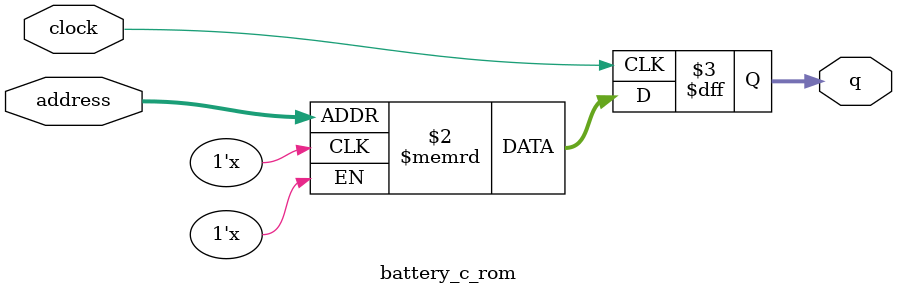
<source format=sv>
module battery_c_rom (
	input logic clock,
	input logic [10:0] address,
	output logic [3:0] q
);

logic [3:0] memory [0:1363] /* synthesis ram_init_file = "./battery_c/battery_c.mif" */;

always_ff @ (posedge clock) begin
	q <= memory[address];
end

endmodule

</source>
